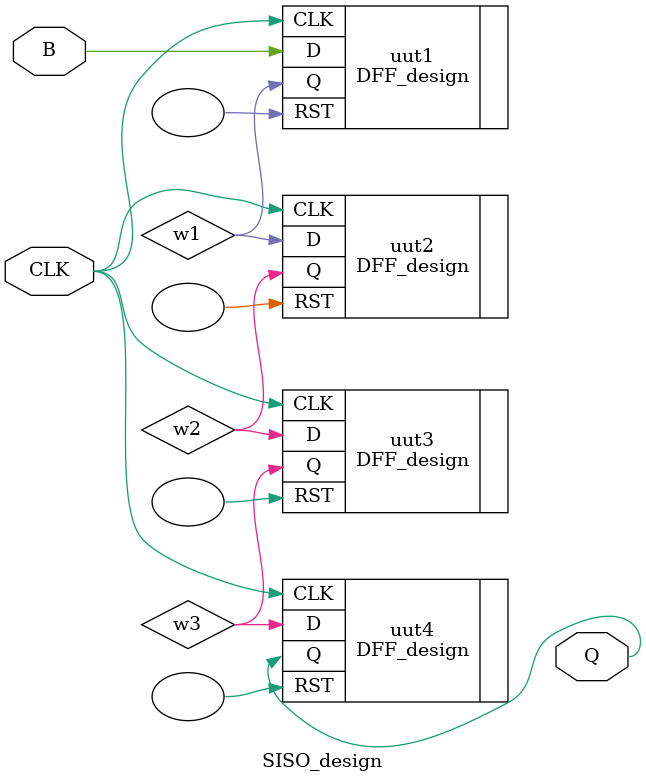
<source format=v>
module SISO_design(
    input CLK, B,
    output Q
);
    wire w1, w2, w3;
    DFF_design uut1(.CLK(CLK), .D(B), .Q(w1), .RST());
    DFF_design uut2(.CLK(CLK), .D(w1), .Q(w2), .RST());
    DFF_design uut3(.CLK(CLK), .D(w2), .Q(w3), .RST());
    DFF_design uut4(.CLK(CLK), .D(w3), .Q(Q), .RST());
    
endmodule

</source>
